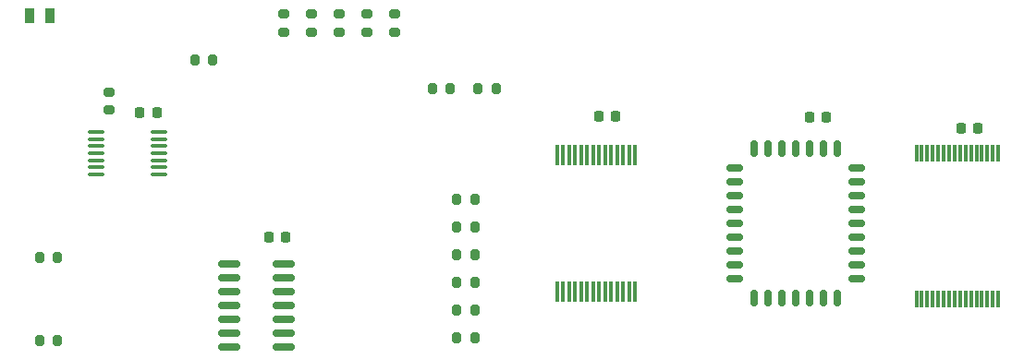
<source format=gtp>
G04 #@! TF.GenerationSoftware,KiCad,Pcbnew,8.0.5*
G04 #@! TF.CreationDate,2024-11-25T10:28:40+11:00*
G04 #@! TF.ProjectId,Vic20_FlashCart,56696332-305f-4466-9c61-736843617274,rev?*
G04 #@! TF.SameCoordinates,Original*
G04 #@! TF.FileFunction,Paste,Top*
G04 #@! TF.FilePolarity,Positive*
%FSLAX46Y46*%
G04 Gerber Fmt 4.6, Leading zero omitted, Abs format (unit mm)*
G04 Created by KiCad (PCBNEW 8.0.5) date 2024-11-25 10:28:40*
%MOMM*%
%LPD*%
G01*
G04 APERTURE LIST*
G04 Aperture macros list*
%AMRoundRect*
0 Rectangle with rounded corners*
0 $1 Rounding radius*
0 $2 $3 $4 $5 $6 $7 $8 $9 X,Y pos of 4 corners*
0 Add a 4 corners polygon primitive as box body*
4,1,4,$2,$3,$4,$5,$6,$7,$8,$9,$2,$3,0*
0 Add four circle primitives for the rounded corners*
1,1,$1+$1,$2,$3*
1,1,$1+$1,$4,$5*
1,1,$1+$1,$6,$7*
1,1,$1+$1,$8,$9*
0 Add four rect primitives between the rounded corners*
20,1,$1+$1,$2,$3,$4,$5,0*
20,1,$1+$1,$4,$5,$6,$7,0*
20,1,$1+$1,$6,$7,$8,$9,0*
20,1,$1+$1,$8,$9,$2,$3,0*%
G04 Aperture macros list end*
%ADD10R,0.350000X1.870000*%
%ADD11RoundRect,0.200000X0.200000X0.275000X-0.200000X0.275000X-0.200000X-0.275000X0.200000X-0.275000X0*%
%ADD12RoundRect,0.225000X-0.225000X-0.250000X0.225000X-0.250000X0.225000X0.250000X-0.225000X0.250000X0*%
%ADD13RoundRect,0.150000X-0.825000X-0.150000X0.825000X-0.150000X0.825000X0.150000X-0.825000X0.150000X0*%
%ADD14RoundRect,0.225000X0.225000X0.250000X-0.225000X0.250000X-0.225000X-0.250000X0.225000X-0.250000X0*%
%ADD15RoundRect,0.150000X-0.150000X-0.587500X0.150000X-0.587500X0.150000X0.587500X-0.150000X0.587500X0*%
%ADD16RoundRect,0.150000X-0.587500X-0.150000X0.587500X-0.150000X0.587500X0.150000X-0.587500X0.150000X0*%
%ADD17RoundRect,0.200000X0.275000X-0.200000X0.275000X0.200000X-0.275000X0.200000X-0.275000X-0.200000X0*%
%ADD18RoundRect,0.200000X-0.200000X-0.275000X0.200000X-0.275000X0.200000X0.275000X-0.200000X0.275000X0*%
%ADD19R,0.950000X1.400000*%
%ADD20RoundRect,0.075000X-0.075000X0.712500X-0.075000X-0.712500X0.075000X-0.712500X0.075000X0.712500X0*%
%ADD21RoundRect,0.100000X-0.637500X-0.100000X0.637500X-0.100000X0.637500X0.100000X-0.637500X0.100000X0*%
G04 APERTURE END LIST*
D10*
X142588680Y-89990200D03*
X142038680Y-89990200D03*
X141488680Y-89990200D03*
X140938680Y-89990200D03*
X140388680Y-89990200D03*
X139838680Y-89990200D03*
X139288680Y-89990200D03*
X139288680Y-102530200D03*
X139838680Y-102530200D03*
X140388680Y-102530200D03*
X140938680Y-102530200D03*
X141488680Y-102530200D03*
X142038680Y-102530200D03*
X142588680Y-102530200D03*
X143138680Y-102530200D03*
X143688680Y-102530200D03*
X144238680Y-102530200D03*
X144788680Y-102530200D03*
X145338680Y-102530200D03*
X145888680Y-102530200D03*
X146438680Y-102530200D03*
X146438680Y-89990200D03*
X145888680Y-89990200D03*
X145338680Y-89990200D03*
X144788680Y-89990200D03*
X144238680Y-89990200D03*
X143688680Y-89990200D03*
X143138680Y-89990200D03*
D11*
X131787900Y-93992700D03*
X130137900Y-93992700D03*
X131787900Y-106692700D03*
X130137900Y-106692700D03*
D12*
X112902400Y-97536000D03*
X114452400Y-97536000D03*
D13*
X109285000Y-99974400D03*
X109285000Y-101244400D03*
X109285000Y-102514400D03*
X109285000Y-103784400D03*
X109285000Y-105054400D03*
X109285000Y-106324400D03*
X109285000Y-107594400D03*
X114235000Y-107594400D03*
X114235000Y-106324400D03*
X114235000Y-105054400D03*
X114235000Y-103784400D03*
X114235000Y-102514400D03*
X114235000Y-101244400D03*
X114235000Y-99974400D03*
D14*
X163970000Y-86505700D03*
X162420000Y-86505700D03*
D15*
X161163000Y-89377700D03*
X159893000Y-89377700D03*
X158623000Y-89377700D03*
X157353000Y-89377700D03*
D16*
X155600500Y-91135200D03*
X155600500Y-92405200D03*
X155600500Y-93675200D03*
X155600500Y-94945200D03*
X155600500Y-96215200D03*
X155600500Y-97485200D03*
X155600500Y-98755200D03*
X155600500Y-100025200D03*
X155600500Y-101295200D03*
D15*
X157353000Y-103052700D03*
X158623000Y-103052700D03*
X159893000Y-103052700D03*
X161163000Y-103052700D03*
X162433000Y-103052700D03*
X163703000Y-103052700D03*
X164973000Y-103052700D03*
D16*
X166725500Y-101295200D03*
X166725500Y-100025200D03*
X166725500Y-98755200D03*
X166725500Y-97485200D03*
X166725500Y-96215200D03*
X166725500Y-94945200D03*
X166725500Y-93675200D03*
X166725500Y-92405200D03*
X166725500Y-91135200D03*
D15*
X164973000Y-89377700D03*
X163703000Y-89377700D03*
X162433000Y-89377700D03*
D17*
X121920000Y-78676000D03*
X121920000Y-77026000D03*
D11*
X131787900Y-96532700D03*
X130137900Y-96532700D03*
D18*
X91885000Y-106964000D03*
X93535000Y-106964000D03*
D14*
X177838400Y-87542200D03*
X176288400Y-87542200D03*
X102642000Y-86106000D03*
X101092000Y-86106000D03*
D19*
X90980200Y-77190600D03*
X92880200Y-77190600D03*
D17*
X98272600Y-85852000D03*
X98272600Y-84202000D03*
D11*
X131787900Y-99072700D03*
X130137900Y-99072700D03*
D17*
X116840000Y-78676000D03*
X116840000Y-77026000D03*
X124460000Y-78676000D03*
X124460000Y-77026000D03*
X119380000Y-78676000D03*
X119380000Y-77026000D03*
D18*
X91885000Y-99344000D03*
X93535000Y-99344000D03*
X127890000Y-83896000D03*
X129540000Y-83896000D03*
D20*
X179724600Y-89807700D03*
X179224600Y-89807700D03*
X178724600Y-89807700D03*
X178224600Y-89807700D03*
X177724600Y-89807700D03*
X177224600Y-89807700D03*
X176724600Y-89807700D03*
X176224600Y-89807700D03*
X175724600Y-89807700D03*
X175224600Y-89807700D03*
X174724600Y-89807700D03*
X174224600Y-89807700D03*
X173724600Y-89807700D03*
X173224600Y-89807700D03*
X172724600Y-89807700D03*
X172224600Y-89807700D03*
X172224600Y-103182700D03*
X172724600Y-103182700D03*
X173224600Y-103182700D03*
X173724600Y-103182700D03*
X174224600Y-103182700D03*
X174724600Y-103182700D03*
X175224600Y-103182700D03*
X175724600Y-103182700D03*
X176224600Y-103182700D03*
X176724600Y-103182700D03*
X177224600Y-103182700D03*
X177724600Y-103182700D03*
X178224600Y-103182700D03*
X178724600Y-103182700D03*
X179224600Y-103182700D03*
X179724600Y-103182700D03*
D11*
X131787900Y-101612700D03*
X130137900Y-101612700D03*
X131787900Y-104152700D03*
X130137900Y-104152700D03*
D18*
X132080000Y-83896000D03*
X133730000Y-83896000D03*
D17*
X114300000Y-78676000D03*
X114300000Y-77026000D03*
D11*
X107755743Y-81280000D03*
X106105743Y-81280000D03*
D21*
X97086500Y-87839000D03*
X97086500Y-88489000D03*
X97086500Y-89139000D03*
X97086500Y-89789000D03*
X97086500Y-90439000D03*
X97086500Y-91089000D03*
X97086500Y-91739000D03*
X102811500Y-91739000D03*
X102811500Y-91089000D03*
X102811500Y-90439000D03*
X102811500Y-89789000D03*
X102811500Y-89139000D03*
X102811500Y-88489000D03*
X102811500Y-87839000D03*
D14*
X144688680Y-86453000D03*
X143138680Y-86453000D03*
M02*

</source>
